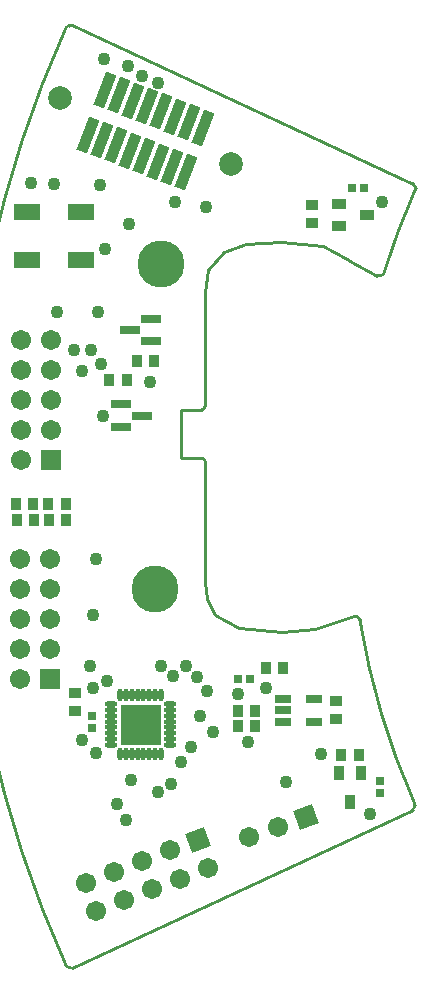
<source format=gts>
%FSTAX25Y25*%
%MOIN*%
%SFA1B1*%

%IPPOS*%
%AMD38*
4,1,4,0.003900,0.061700,-0.038400,-0.048500,-0.003900,-0.061700,0.038400,0.048500,0.003900,0.061700,0.0*
%
%AMD54*
4,1,4,0.042900,-0.020000,0.020000,0.042900,-0.042900,0.020000,-0.020000,-0.042900,0.042900,-0.020000,0.0*
%
%AMD55*
4,1,4,0.043300,-0.019300,0.019300,0.043300,-0.043300,0.019300,-0.019300,-0.043300,0.043300,-0.019300,0.0*
%
%ADD37C,0.010000*%
G04~CAMADD=38~9~0.0~0.0~1180.0~371.0~0.0~0.0~0~0.0~0.0~0.0~0.0~0~0.0~0.0~0.0~0.0~0~0.0~0.0~0.0~69.0~768.0~1233.0*
%ADD38D38*%
%ADD39R,0.031600X0.027700*%
%ADD40R,0.035600X0.043400*%
%ADD41R,0.056000X0.027700*%
%ADD42O,0.017800X0.041500*%
%ADD43O,0.041500X0.017800*%
%ADD44R,0.137900X0.137900*%
%ADD45R,0.043400X0.035600*%
%ADD46R,0.035600X0.047400*%
%ADD47R,0.027700X0.031600*%
%ADD48R,0.067100X0.031600*%
%ADD49R,0.088000X0.058000*%
%ADD50R,0.047400X0.035600*%
%ADD51C,0.078900*%
%ADD52R,0.067100X0.067100*%
%ADD53C,0.067100*%
G04~CAMADD=54~10~0.0~670.3~0.0~0.0~0.0~0.0~0~0.0~0.0~0.0~0.0~0~0.0~0.0~0.0~0.0~0~0.0~0.0~0.0~290.0~670.3~0.0*
%ADD54D54*%
G04~CAMADD=55~10~0.0~670.3~0.0~0.0~0.0~0.0~0~0.0~0.0~0.0~0.0~0~0.0~0.0~0.0~0.0~0~0.0~0.0~0.0~291.0~670.3~0.0*
%ADD55D55*%
%ADD56C,0.157000*%
%ADD57C,0.043000*%
%LNarmboardproto-1*%
%LPD*%
G54D37*
X09187Y063424D02*
D01*
D01*
G75*
G03X091963Y063365I0000915J0000414D01*
G74*G01*
D01*
D01*
G75*
G03X092071Y06335I0000652J0000733D01*
G74*G01*
X09187Y094696D02*
D01*
D01*
G75*
G03Y063424I0346200J-0156360D01*
G74*G01*
X096506Y080234D02*
D01*
D01*
G75*
G03X096474Y080308I-0001030J-0000006D01*
G74*G01*
X096385Y08195D02*
D01*
D01*
G75*
G03X096477Y08201I-0000002J0001009D01*
G74*G01*
X096474Y080308D02*
D01*
D01*
G75*
G03X0964Y08034I-0000722J-0000656D01*
G74*G01*
X096477Y08201D02*
D01*
D01*
G75*
G03X096506Y082081I-0000727J0000711D01*
G74*G01*
X091962Y094755D02*
D01*
D01*
G75*
G03X09187Y094696I-0000011J-0000994D01*
G74*G01*
X092071Y09477D02*
D01*
D01*
G75*
G03X091962Y094755I-0000425J-0000945D01*
G74*G01*
X101235Y086976D02*
D01*
D01*
G75*
G03X101259Y086958I0000670J0000644D01*
G74*G01*
X101654Y074973D02*
D01*
D01*
G75*
G03X101464Y075068I-0001433J-0000491D01*
G74*G01*
X103419Y068618D02*
D01*
D01*
G75*
G03X103477Y068709I-0000415J0000904D01*
G74*G01*
Y068711D02*
D01*
D01*
G75*
G03X103501Y068776I-0000759J0000649D01*
G74*G01*
D01*
D01*
G75*
G03X103493Y068817I-0001197J-0000020D01*
G74*G01*
X101663Y074941D02*
D01*
D01*
G75*
G03X103493Y068817I0244501J0039708D01*
G74*G01*
X102248Y086426D02*
D01*
D01*
G75*
G03X102451Y086486I0000710J0001328D01*
G74*G01*
X10351Y089296D02*
D01*
D01*
G75*
G03X102465Y086518I0228033J-0101634D01*
G74*G01*
X103511Y089296D02*
D01*
D01*
G75*
G03X103519Y089337I-0000763J0000361D01*
G74*G01*
D01*
D01*
G75*
G03X103495Y089403I-0001054J-0000009D01*
G74*G01*
D01*
D01*
G75*
G03X103437Y089494I-0001007J-0000002D01*
G74*G01*
X096506Y076207D02*
X096562Y075641D01*
X096506Y076207D02*
Y080234D01*
X092071Y06335D02*
X103419Y068618D01*
X09906Y074547D02*
X100181Y07464D01*
X097629Y074691D02*
X09906Y074547D01*
X096829Y075121D02*
X097629Y074691D01*
X100181Y07464D02*
X100951Y074897D01*
X096562Y075641D02*
X096829Y075121D01*
X100959Y0749D02*
X101464Y075068D01*
X09571Y08034D02*
X0964D01*
X09571Y08195D02*
X096385D01*
X09571Y08034D02*
Y08195D01*
X096506Y082081D02*
Y085895D01*
X096608Y086609*
X097116Y087215*
X101259Y086958D02*
X102247Y086426D01*
X097116Y087215D02*
X097867Y087465D01*
X099023Y087546*
X092071Y09477D02*
X103437Y089494D01*
X099023Y087546D02*
X10042Y087414D01*
X101235Y086976*
G54D38*
X093173Y092614D03*
X093066Y090941D03*
X09364Y092435D03*
X094107Y092256D03*
X093533Y090762D03*
X094Y090583D03*
X094573Y092077D03*
X09504Y091897D03*
X094467Y090403D03*
X095507Y091718D03*
X094933Y090224D03*
X0954Y090045D03*
X095974Y091539D03*
X096441Y09136D03*
X095867Y089866D03*
X092599Y09112D03*
G54D39*
X098007Y07297D03*
X097613D03*
X101807Y08936D03*
X101413D03*
G54D40*
X099115Y07334D03*
X098525D03*
X101635Y07044D03*
X101045D03*
X097585Y07142D03*
X098175D03*
X094225Y08358D03*
X094815D03*
X091275Y0788D03*
X091865D03*
X091285Y07827D03*
X091875D03*
X093315Y08293D03*
X093905D03*
X090185Y0788D03*
X090775D03*
X090225Y07827D03*
X090815D03*
X098175Y07191D03*
X097585D03*
G54D41*
X100126Y072304D03*
X099094Y07193D03*
Y072304D03*
Y071556D03*
X100126D03*
G54D42*
X093661Y070486D03*
X093858D03*
X094055D03*
X094252D03*
X094448D03*
X094645D03*
X094842D03*
X095039D03*
Y072434D03*
X094842D03*
X094645D03*
X094448D03*
X094252D03*
X094055D03*
X093858D03*
X093661D03*
G54D43*
X095324Y070771D03*
Y070968D03*
Y071165D03*
Y071362D03*
Y071558D03*
Y071755D03*
Y071952D03*
Y072149D03*
X093376D03*
Y071952D03*
Y071755D03*
Y071558D03*
Y071362D03*
Y071165D03*
Y070968D03*
Y070771D03*
G54D44*
X09435Y07146D03*
G54D45*
X10087Y072235D03*
Y071645D03*
X09217Y071925D03*
Y072515D03*
X10008Y088775D03*
Y088185D03*
G54D46*
X101704Y069832D03*
X100956D03*
X10133Y068888D03*
G54D47*
X10234Y069193D03*
Y069587D03*
X09274Y071747D03*
Y071353D03*
G54D48*
X094704Y084236D03*
Y084984D03*
X093996Y08461D03*
X093706Y082134D03*
Y081386D03*
X094414Y08176D03*
G54D49*
X09237Y08856D03*
Y08696D03*
X09057Y08856D03*
Y08696D03*
G54D50*
X100958Y088814D03*
Y088066D03*
X101902Y08844D03*
G54D51*
X091663Y092337D03*
X097377Y090143D03*
G54D52*
X09135Y08028D03*
X09134Y07297D03*
G54D53*
X09035Y08028D03*
X09135Y08128D03*
X09035D03*
X09135Y08228D03*
X09035D03*
X09135Y08328D03*
X09035D03*
X09135Y08428D03*
X09035D03*
X097981Y067706D03*
X09892Y068048D03*
X096608Y066686D03*
X095316Y067262D03*
X095675Y066328D03*
X094383Y066903D03*
X094741Y06597D03*
X093449Y066545D03*
X093808Y065611D03*
X092516Y066187D03*
X092874Y065253D03*
X09034Y07697D03*
X09134D03*
X09034Y07597D03*
X09134D03*
X09034Y07497D03*
X09134D03*
X09034Y07397D03*
X09134D03*
X09034Y07297D03*
G54D54*
X09986Y06839D03*
G54D55*
X09625Y06762D03*
G54D56*
X09484Y07597D03*
X09502Y08681D03*
G54D57*
X093Y08944D03*
X09394Y09342D03*
X09441Y09308D03*
X09492Y09284D03*
X09313Y09363D03*
X09212Y08393D03*
X09315Y0873D03*
X0924Y07093D03*
X09303Y08349D03*
X094665Y071145D03*
X09403Y06961D03*
X094035Y071145D03*
X094665Y071775D03*
X094035D03*
X09355Y06881D03*
X09277Y07269D03*
X09853Y07267D03*
X09398Y08814D03*
X09286Y07697D03*
X10201Y06849D03*
X09761Y07247D03*
X0924Y08325D03*
X09271Y08393D03*
X09277Y0751D03*
X09675Y07121D03*
X09467Y08287D03*
X09156Y08522D03*
X09288Y07051D03*
X09921Y06953D03*
X1024Y08889D03*
X09146Y08949D03*
X093868Y06827D03*
X09266Y07341D03*
X09538Y06947D03*
X09494Y06922D03*
X09503Y0734D03*
X09544Y07307D03*
X09792Y07088D03*
X0957Y0702D03*
X09585Y07342D03*
X09624Y07303D03*
X09657Y07259D03*
X09634Y07175D03*
X09604Y07071D03*
X10038Y07048D03*
X09311Y08173D03*
X09071Y0895D03*
X09654Y0887D03*
X0955Y08889D03*
X09293Y08522D03*
X09324Y07291D03*
M02*
</source>
